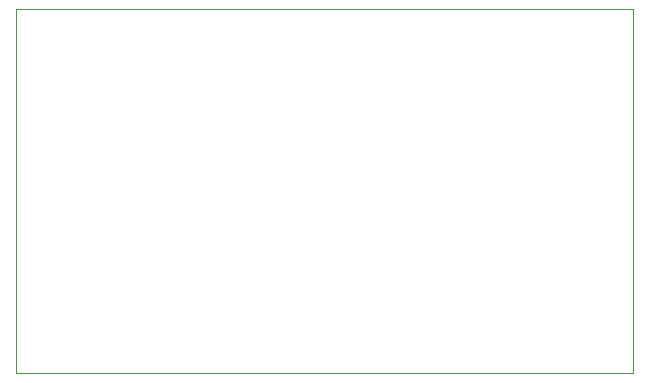
<source format=gm1>
%TF.GenerationSoftware,KiCad,Pcbnew,(7.0.0)*%
%TF.CreationDate,2024-02-23T23:29:38+02:00*%
%TF.ProjectId,mains-detector,6d61696e-732d-4646-9574-6563746f722e,rev?*%
%TF.SameCoordinates,Original*%
%TF.FileFunction,Profile,NP*%
%FSLAX46Y46*%
G04 Gerber Fmt 4.6, Leading zero omitted, Abs format (unit mm)*
G04 Created by KiCad (PCBNEW (7.0.0)) date 2024-02-23 23:29:38*
%MOMM*%
%LPD*%
G01*
G04 APERTURE LIST*
%TA.AperFunction,Profile*%
%ADD10C,0.100000*%
%TD*%
G04 APERTURE END LIST*
D10*
X0Y0D02*
X52200000Y0D01*
X52200000Y0D02*
X52200000Y-30800000D01*
X52200000Y-30800000D02*
X0Y-30800000D01*
X0Y-30800000D02*
X0Y0D01*
M02*

</source>
